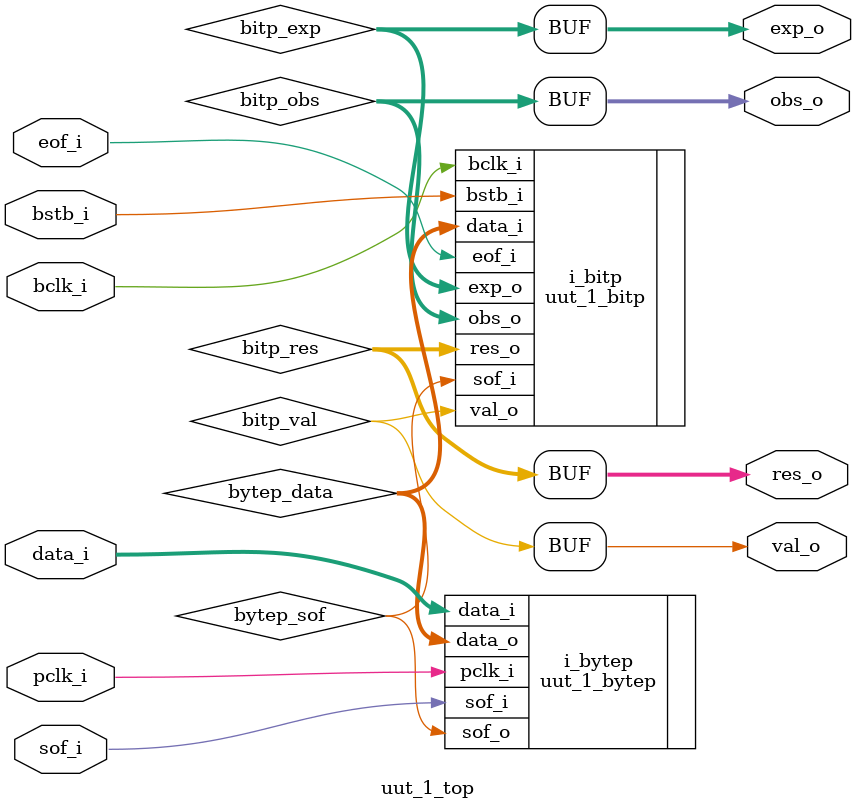
<source format=v>
/*
 * Copyright 2013-2021 Robert Newgard
 *
 * This file is part of fcs.
 *
 * fcs is free software: you can redistribute it and/or modify
 * it under the terms of the GNU General Public License as published by
 * the Free Software Foundation, either version 3 of the License, or
 * (at your option) any later version.
 *
 * fcs is distributed in the hope that it will be useful,
 * but WITHOUT ANY WARRANTY; without even the implied warranty of
 * MERCHANTABILITY or FITNESS FOR A PARTICULAR PURPOSE.  See the
 * GNU General Public License for more details.
 *
 * You should have received a copy of the GNU General Public License
 * along with fcs.  If not, see <http://www.gnu.org/licenses/>.
 */

`timescale 1ns / 1ps

module uut_1_top
(
    output wire [31:0] res_o,
    output wire [31:0] exp_o,
    output wire [31:0] obs_o,
    output wire        val_o,

    input  wire [7:0]  data_i,
    input  wire        sof_i,
    input  wire        eof_i,

    input  wire        bstb_i,
    input  wire        bclk_i,

    input  wire        pclk_i
);
    /* -----------------------------------------------------------
       parameters
    ------------------------------------------------------------*/

    /* -----------------------------------------------------------
      net declarations
    ------------------------------------------------------------*/
    reg  [31:0]  bytep_data;
    reg          bytep_sof;

    reg  [31:0]  bitp_res;
    reg  [31:0]  bitp_exp;
    reg  [31:0]  bitp_obs;
    reg          bitp_val;

    /* -----------------------------------------------------------
      input assignments
    ------------------------------------------------------------*/

    /* -----------------------------------------------------------
       Pipeline
    ------------------------------------------------------------*/

    /* -----------------------------------------------------------
       component module instantiation
    ------------------------------------------------------------*/
    uut_1_bytep i_bytep
    (
        .data_o(bytep_data[31:0]),
        .sof_o(bytep_sof),
        .data_i(data_i[7:0]),
        .sof_i(sof_i),
        .pclk_i(pclk_i)
    );

    uut_1_bitp i_bitp
    (
        .res_o(bitp_res[31:0]),
        .exp_o(bitp_exp[31:0]),
        .obs_o(bitp_obs[31:0]),
        .val_o(bitp_val),
        .data_i(bytep_data[31:0]),
        .sof_i(bytep_sof),
        .eof_i(eof_i),
        .bstb_i(bstb_i),
        .bclk_i(bclk_i)
    );

    /* -----------------------------------------------------------
       output assignments
    ------------------------------------------------------------*/
    always @ (*) begin
        res_o[31:0] = bitp_res[31:0];
        exp_o[31:0] = bitp_exp[31:0];
        obs_o[31:0] = bitp_obs[31:0];
        val_o       = bitp_val;
    end
endmodule

</source>
